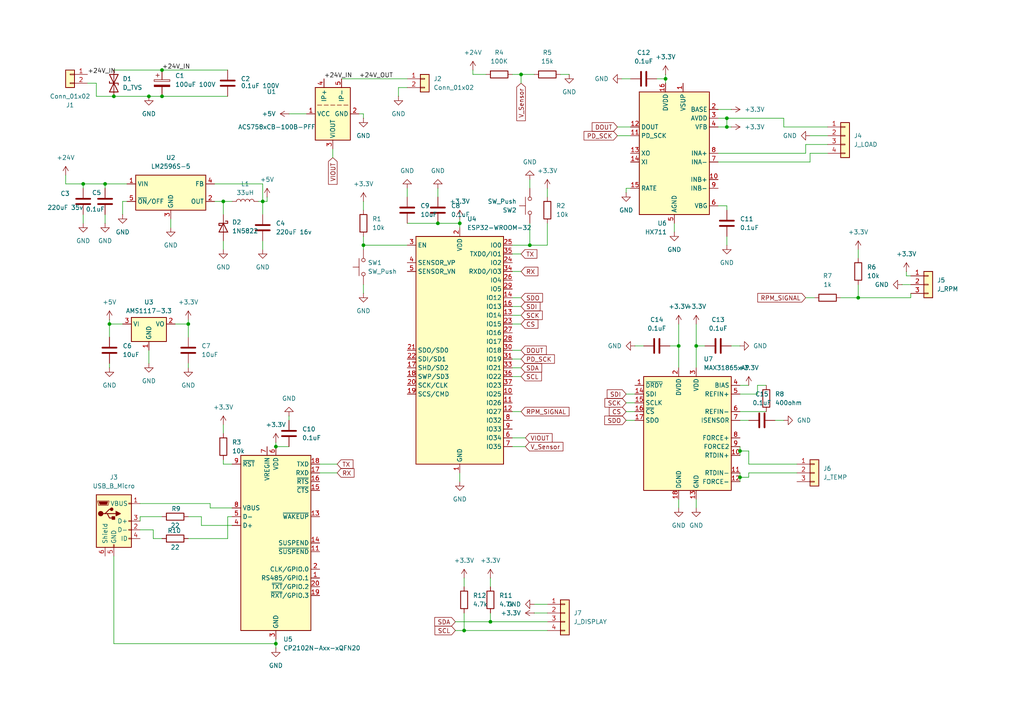
<source format=kicad_sch>
(kicad_sch (version 20250114) (generator "eeschema") (generator_version "9.0")
  (paper "A4")
  (lib_symbols
    (symbol "Analog_ADC:HX711"
      (property "Reference" "U" (at 5.08 21.59 0))
      (property "Value" "HX711" (at 7.62 19.05 0))
      (symbol "HX711_1_1"
        (pin passive line (at -12.7 12.7 0) (length 2.54) (name "BASE") (number "2"))
        (pin power_in line (at -12.7 10.16 0) (length 2.54) (name "AVDD") (number "3"))
        (pin input line (at -12.7 7.62 0) (length 2.54) (name "VFB") (number "4"))
        (pin input line (at -12.7 0 0) (length 2.54) (name "INA+") (number "8"))
        (pin input line (at -12.7 -2.54 0) (length 2.54) (name "INA-") (number "7"))
        (pin input line (at -12.7 -7.62 0) (length 2.54) (name "INB+") (number "10"))
        (pin input line (at -12.7 -10.16 0) (length 2.54) (name "INB-") (number "9"))
        (pin passive line (at -12.7 -15.24 0) (length 2.54) (name "VBG") (number "6"))
        (pin power_in line (at -2.54 20.32 270) (length 2.54) (name "VSUP") (number "1"))
        (pin power_in line (at 0 -20.32 90) (length 2.54) (name "AGND") (number "5"))
        (pin power_in line (at 2.54 20.32 270) (length 2.54) (name "DVDD") (number "16"))
        (pin output line (at 12.7 7.62 180) (length 2.54) (name "DOUT") (number "12"))
        (pin input line (at 12.7 5.08 180) (length 2.54) (name "PD_SCK") (number "11"))
        (pin passive line (at 12.7 0 180) (length 2.54) (name "XO") (number "13"))
        (pin passive line (at 12.7 -2.54 180) (length 2.54) (name "XI") (number "14"))
        (pin input line (at 12.7 -10.16 180) (length 2.54) (name "RATE") (number "15"))
      )
    )
    (symbol "Connector:USB_B_Micro" (pin_names (offset 1.016))
      (property "Reference" "J" (at -5.08 11.43 0))
      (property "Value" "USB_B_Micro" (at -5.08 8.89 0))
      (symbol "USB_B_Micro_1_1"
        (pin passive line (at -2.54 -10.16 90) (length 2.54) (name "Shield") (number "6"))
        (pin power_out line (at 0 -10.16 90) (length 2.54) (name "GND") (number "5"))
        (pin power_out line (at 7.62 5.08 180) (length 2.54) (name "VBUS") (number "1"))
        (pin bidirectional line (at 7.62 0 180) (length 2.54) (name "D+") (number "3"))
        (pin bidirectional line (at 7.62 -2.54 180) (length 2.54) (name "D-") (number "2"))
        (pin passive line (at 7.62 -5.08 180) (length 2.54) (name "ID") (number "4"))
      )
    )
    (symbol "Connector_Generic:Conn_01x02" (pin_names (offset 1.016) (hide yes))
      (property "Reference" "J" (at 0 2.54 0))
      (property "Value" "Conn_01x02" (at 0 -5.08 0))
      (symbol "Conn_01x02_1_1"
        (pin passive line (at -5.08 0 0) (length 3.81) (name "Pin_1") (number "1"))
        (pin passive line (at -5.08 -2.54 0) (length 3.81) (name "Pin_2") (number "2"))
      )
    )
    (symbol "Connector_Generic:Conn_01x03" (pin_names (offset 1.016) (hide yes))
      (property "Reference" "J" (at 0 5.08 0))
      (property "Value" "Conn_01x03" (at 0 -5.08 0))
      (symbol "Conn_01x03_1_1"
        (pin passive line (at -5.08 2.54 0) (length 3.81) (name "Pin_1") (number "1"))
        (pin passive line (at -5.08 0 0) (length 3.81) (name "Pin_2") (number "2"))
        (pin passive line (at -5.08 -2.54 0) (length 3.81) (name "Pin_3") (number "3"))
      )
    )
    (symbol "Connector_Generic:Conn_01x04" (pin_names (offset 1.016) (hide yes))
      (property "Reference" "J" (at 0 5.08 0))
      (property "Value" "Conn_01x04" (at 0 -7.62 0))
      (symbol "Conn_01x04_1_1"
        (pin passive line (at -5.08 2.54 0) (length 3.81) (name "Pin_1") (number "1"))
        (pin passive line (at -5.08 0 0) (length 3.81) (name "Pin_2") (number "2"))
        (pin passive line (at -5.08 -2.54 0) (length 3.81) (name "Pin_3") (number "3"))
        (pin passive line (at -5.08 -5.08 0) (length 3.81) (name "Pin_4") (number "4"))
      )
    )
    (symbol "Device:C" (pin_numbers (hide yes)) (pin_names (offset 0.254))
      (property "Reference" "C" (at 0.635 2.54 0))
      (property "Value" "C" (at 0.635 -2.54 0))
      (symbol "C_1_1"
        (pin passive line (at 0 3.81 270) (length 2.794) (name "~") (number "1"))
        (pin passive line (at 0 -3.81 90) (length 2.794) (name "~") (number "2"))
      )
    )
    (symbol "Device:C_Polarized" (pin_numbers (hide yes)) (pin_names (offset 0.254))
      (property "Reference" "C" (at 0.635 2.54 0))
      (property "Value" "C_Polarized" (at 0.635 -2.54 0))
      (symbol "C_Polarized_1_1"
        (pin passive line (at 0 3.81 270) (length 2.794) (name "~") (number "1"))
        (pin passive line (at 0 -3.81 90) (length 2.794) (name "~") (number "2"))
      )
    )
    (symbol "Device:D_TVS" (pin_numbers (hide yes)) (pin_names (offset 1.016) (hide yes))
      (property "Reference" "D" (at 0 2.54 0))
      (property "Value" "D_TVS" (at 0 -2.54 0))
      (symbol "D_TVS_1_1"
        (pin passive line (at -3.81 0 0) (length 2.54) (name "A1") (number "1"))
        (pin passive line (at 3.81 0 180) (length 2.54) (name "A2") (number "2"))
      )
    )
    (symbol "Device:L" (pin_numbers (hide yes)) (pin_names (offset 1.016) (hide yes))
      (property "Reference" "L" (at -1.27 0 90))
      (property "Value" "L" (at 1.905 0 90))
      (symbol "L_1_1"
        (pin passive line (at 0 3.81 270) (length 1.27) (name "1") (number "1"))
        (pin passive line (at 0 -3.81 90) (length 1.27) (name "2") (number "2"))
      )
    )
    (symbol "Device:R" (pin_numbers (hide yes)) (pin_names (offset 0))
      (property "Reference" "R" (at 2.032 0 90))
      (property "Value" "R" (at 0 0 90))
      (symbol "R_1_1"
        (pin passive line (at 0 3.81 270) (length 1.27) (name "~") (number "1"))
        (pin passive line (at 0 -3.81 90) (length 1.27) (name "~") (number "2"))
      )
    )
    (symbol "Diode:1N5822" (pin_numbers (hide yes)) (pin_names (offset 1.016) (hide yes))
      (property "Reference" "D" (at 0 2.54 0))
      (property "Value" "1N5822" (at 0 -2.54 0))
      (symbol "1N5822_1_1"
        (pin passive line (at -3.81 0 0) (length 2.54) (name "K") (number "1"))
        (pin passive line (at 3.81 0 180) (length 2.54) (name "A") (number "2"))
      )
    )
    (symbol "Interface_USB:CP2102N-Axx-xQFN20"
      (property "Reference" "U" (at -8.89 26.67 0))
      (property "Value" "CP2102N-Axx-xQFN20" (at 12.7 26.67 0))
      (symbol "CP2102N-Axx-xQFN20_1_1"
        (pin input line (at -12.7 22.86 0) (length 2.54) (name "~{RST}") (number "9"))
        (pin input line (at -12.7 10.16 0) (length 2.54) (name "VBUS") (number "8"))
        (pin bidirectional line (at -12.7 7.62 0) (length 2.54) (name "D-") (number "5"))
        (pin bidirectional line (at -12.7 5.08 0) (length 2.54) (name "D+") (number "4"))
        (pin no_connect line (at -10.16 -22.86 0) (length 2.54) (hide yes) (name "NC") (number "10"))
        (pin power_in line (at -2.54 27.94 270) (length 2.54) (name "VREGIN") (number "7"))
        (pin power_in line (at 0 27.94 270) (length 2.54) (name "VDD") (number "6"))
        (pin passive line (at 0 -27.94 90) (length 2.54) (hide yes) (name "GND") (number "12"))
        (pin passive line (at 0 -27.94 90) (length 2.54) (hide yes) (name "GND") (number "21"))
        (pin power_in line (at 0 -27.94 90) (length 2.54) (name "GND") (number "3"))
        (pin output line (at 12.7 22.86 180) (length 2.54) (name "TXD") (number "18"))
        (pin input line (at 12.7 20.32 180) (length 2.54) (name "RXD") (number "17"))
        (pin output line (at 12.7 17.78 180) (length 2.54) (name "~{RTS}") (number "16"))
        (pin input line (at 12.7 15.24 180) (length 2.54) (name "~{CTS}") (number "15"))
        (pin input line (at 12.7 7.62 180) (length 2.54) (name "~{WAKEUP}") (number "13"))
        (pin output line (at 12.7 0 180) (length 2.54) (name "SUSPEND") (number "14"))
        (pin output line (at 12.7 -2.54 180) (length 2.54) (name "~{SUSPEND}") (number "11"))
        (pin bidirectional line (at 12.7 -7.62 180) (length 2.54) (name "CLK/GPIO.0") (number "2"))
        (pin bidirectional line (at 12.7 -10.16 180) (length 2.54) (name "RS485/GPIO.1") (number "1"))
        (pin bidirectional line (at 12.7 -12.7 180) (length 2.54) (name "~{TXT}/GPIO.2") (number "20"))
        (pin bidirectional line (at 12.7 -15.24 180) (length 2.54) (name "~{RXT}/GPIO.3") (number "19"))
      )
    )
    (symbol "RF_Module:ESP32-WROOM-32"
      (property "Reference" "U" (at -12.7 34.29 0))
      (property "Value" "ESP32-WROOM-32" (at 1.27 34.29 0))
      (symbol "ESP32-WROOM-32_1_1"
        (pin input line (at -15.24 30.48 0) (length 2.54) (name "EN") (number "3"))
        (pin input line (at -15.24 25.4 0) (length 2.54) (name "SENSOR_VP") (number "4"))
        (pin input line (at -15.24 22.86 0) (length 2.54) (name "SENSOR_VN") (number "5"))
        (pin bidirectional line (at -15.24 0 0) (length 2.54) (name "SDO/SD0") (number "21"))
        (pin bidirectional line (at -15.24 -2.54 0) (length 2.54) (name "SDI/SD1") (number "22"))
        (pin bidirectional line (at -15.24 -5.08 0) (length 2.54) (name "SHD/SD2") (number "17"))
        (pin bidirectional line (at -15.24 -7.62 0) (length 2.54) (name "SWP/SD3") (number "18"))
        (pin bidirectional line (at -15.24 -10.16 0) (length 2.54) (name "SCK/CLK") (number "20"))
        (pin bidirectional line (at -15.24 -12.7 0) (length 2.54) (name "SCS/CMD") (number "19"))
        (pin no_connect line (at -12.7 -27.94 0) (length 2.54) (hide yes) (name "NC") (number "32"))
        (pin power_in line (at 0 35.56 270) (length 2.54) (name "VDD") (number "2"))
        (pin power_in line (at 0 -35.56 90) (length 2.54) (name "GND") (number "1"))
        (pin passive line (at 0 -35.56 90) (length 2.54) (hide yes) (name "GND") (number "15"))
        (pin passive line (at 0 -35.56 90) (length 2.54) (hide yes) (name "GND") (number "38"))
        (pin passive line (at 0 -35.56 90) (length 2.54) (hide yes) (name "GND") (number "39"))
        (pin bidirectional line (at 15.24 30.48 180) (length 2.54) (name "IO0") (number "25"))
        (pin bidirectional line (at 15.24 27.94 180) (length 2.54) (name "TXD0/IO1") (number "35"))
        (pin bidirectional line (at 15.24 25.4 180) (length 2.54) (name "IO2") (number "24"))
        (pin bidirectional line (at 15.24 22.86 180) (length 2.54) (name "RXD0/IO3") (number "34"))
        (pin bidirectional line (at 15.24 20.32 180) (length 2.54) (name "IO4") (number "26"))
        (pin bidirectional line (at 15.24 17.78 180) (length 2.54) (name "IO5") (number "29"))
        (pin bidirectional line (at 15.24 15.24 180) (length 2.54) (name "IO12") (number "14"))
        (pin bidirectional line (at 15.24 12.7 180) (length 2.54) (name "IO13") (number "16"))
        (pin bidirectional line (at 15.24 10.16 180) (length 2.54) (name "IO14") (number "13"))
        (pin bidirectional line (at 15.24 7.62 180) (length 2.54) (name "IO15") (number "23"))
        (pin bidirectional line (at 15.24 5.08 180) (length 2.54) (name "IO16") (number "27"))
        (pin bidirectional line (at 15.24 2.54 180) (length 2.54) (name "IO17") (number "28"))
        (pin bidirectional line (at 15.24 0 180) (length 2.54) (name "IO18") (number "30"))
        (pin bidirectional line (at 15.24 -2.54 180) (length 2.54) (name "IO19") (number "31"))
        (pin bidirectional line (at 15.24 -5.08 180) (length 2.54) (name "IO21") (number "33"))
        (pin bidirectional line (at 15.24 -7.62 180) (length 2.54) (name "IO22") (number "36"))
        (pin bidirectional line (at 15.24 -10.16 180) (length 2.54) (name "IO23") (number "37"))
        (pin bidirectional line (at 15.24 -12.7 180) (length 2.54) (name "IO25") (number "10"))
        (pin bidirectional line (at 15.24 -15.24 180) (length 2.54) (name "IO26") (number "11"))
        (pin bidirectional line (at 15.24 -17.78 180) (length 2.54) (name "IO27") (number "12"))
        (pin bidirectional line (at 15.24 -20.32 180) (length 2.54) (name "IO32") (number "8"))
        (pin bidirectional line (at 15.24 -22.86 180) (length 2.54) (name "IO33") (number "9"))
        (pin input line (at 15.24 -25.4 180) (length 2.54) (name "IO34") (number "6"))
        (pin input line (at 15.24 -27.94 180) (length 2.54) (name "IO35") (number "7"))
      )
    )
    (symbol "Regulator_Linear:AMS1117-3.3"
      (property "Reference" "U" (at -3.81 3.175 0))
      (property "Value" "AMS1117-3.3" (at 0 3.175 0))
      (symbol "AMS1117-3.3_1_1"
        (pin power_in line (at -7.62 0 0) (length 2.54) (name "VI") (number "3"))
        (pin power_in line (at 0 -7.62 90) (length 2.54) (name "GND") (number "1"))
        (pin power_out line (at 7.62 0 180) (length 2.54) (name "VO") (number "2"))
      )
    )
    (symbol "Regulator_Switching:LM2596S-5"
      (property "Reference" "U" (at -10.16 6.35 0))
      (property "Value" "LM2596S-5" (at 0 6.35 0))
      (symbol "LM2596S-5_1_1"
        (pin power_in line (at -12.7 2.54 0) (length 2.54) (name "VIN") (number "1"))
        (pin input line (at -12.7 -2.54 0) (length 2.54) (name "~{ON}/OFF") (number "5"))
        (pin power_in line (at 0 -7.62 90) (length 2.54) (name "GND") (number "3"))
        (pin input line (at 12.7 2.54 180) (length 2.54) (name "FB") (number "4"))
        (pin output line (at 12.7 -2.54 180) (length 2.54) (name "OUT") (number "2"))
      )
    )
    (symbol "Sensor_Current:ACS758xCB-100B-PFF"
      (property "Reference" "U" (at -7.62 6.35 0))
      (property "Value" "ACS758xCB-100B-PFF" (at 2.54 6.35 0))
      (symbol "ACS758xCB-100B-PFF_1_1"
        (pin passive line (at -10.16 2.54 0) (length 2.54) (name "IP+") (number "4"))
        (pin passive line (at -10.16 -2.54 0) (length 2.54) (name "IP-") (number "5"))
        (pin power_in line (at 0 7.62 270) (length 2.54) (name "VCC") (number "1"))
        (pin power_in line (at 0 -7.62 90) (length 2.54) (name "GND") (number "2"))
        (pin output line (at 10.16 0 180) (length 2.54) (name "VIOUT") (number "3"))
      )
    )
    (symbol "Sensor_Temperature:MAX31865xAP"
      (property "Reference" "U" (at -11.43 19.05 0))
      (property "Value" "MAX31865xAP" (at 10.16 19.05 0))
      (symbol "MAX31865xAP_1_1"
        (pin output line (at -15.24 15.24 0) (length 2.54) (name "~{DRDY}") (number "1"))
        (pin input line (at -15.24 12.7 0) (length 2.54) (name "SDI") (number "14"))
        (pin input line (at -15.24 10.16 0) (length 2.54) (name "SCLK") (number "15"))
        (pin input line (at -15.24 7.62 0) (length 2.54) (name "~{CS}") (number "16"))
        (pin tri_state line (at -15.24 5.08 0) (length 2.54) (name "SDO") (number "17"))
        (pin no_connect line (at -12.7 -2.54 0) (length 2.54) (hide yes) (name "NC") (number "20"))
        (pin power_in line (at -2.54 20.32 270) (length 2.54) (name "DVDD") (number "2"))
        (pin power_in line (at -2.54 -17.78 90) (length 2.54) (name "DGND") (number "18"))
        (pin power_in line (at 2.54 20.32 270) (length 2.54) (name "VDD") (number "3"))
        (pin power_in line (at 2.54 -17.78 90) (length 2.54) (name "GND") (number "13"))
        (pin passive line (at 2.54 -17.78 90) (length 2.54) (hide yes) (name "GND") (number "19"))
        (pin power_out line (at 15.24 15.24 180) (length 2.54) (name "BIAS") (number "4"))
        (pin input line (at 15.24 12.7 180) (length 2.54) (name "REFIN+") (number "5"))
        (pin input line (at 15.24 7.62 180) (length 2.54) (name "REFIN-") (number "6"))
        (pin passive line (at 15.24 5.08 180) (length 2.54) (name "ISENSOR") (number "7"))
        (pin passive line (at 15.24 0 180) (length 2.54) (name "FORCE+") (number "8"))
        (pin input line (at 15.24 -2.54 180) (length 2.54) (name "FORCE2") (number "9"))
        (pin input line (at 15.24 -5.08 180) (length 2.54) (name "RTDIN+") (number "10"))
        (pin input line (at 15.24 -10.16 180) (length 2.54) (name "RTDIN-") (number "11"))
        (pin power_out line (at 15.24 -12.7 180) (length 2.54) (name "FORCE-") (number "12"))
      )
    )
    (symbol "Switch:SW_Push" (pin_numbers (hide yes)) (pin_names (offset 1.016) (hide yes))
      (property "Reference" "SW" (at 1.27 2.54 0))
      (property "Value" "SW_Push" (at 0 -1.524 0))
      (symbol "SW_Push_0_1"
        (pin passive line (at -5.08 0 0) (length 2.54) (name "1") (number "1"))
        (pin passive line (at 5.08 0 180) (length 2.54) (name "2") (number "2"))
      )
    )
    (symbol "power:+24V" (power) (pin_numbers (hide yes)) (pin_names (offset 0) (hide yes))
      (property "Value" "+24V" (at 0 3.556 0))
      (symbol "+24V_1_1"
        (pin power_in line (at 0 0 90) (length 0) (name "~") (number "1"))
      )
    )
    (symbol "power:+3.3V" (power) (pin_numbers (hide yes)) (pin_names (offset 0) (hide yes))
      (property "Value" "+3.3V" (at 0 3.556 0))
      (symbol "+3.3V_1_1"
        (pin power_in line (at 0 0 90) (length 0) (name "~") (number "1"))
      )
    )
    (symbol "power:+5V" (power) (pin_numbers (hide yes)) (pin_names (offset 0) (hide yes))
      (property "Value" "+5V" (at 0 3.556 0))
      (symbol "+5V_1_1"
        (pin power_in line (at 0 0 90) (length 0) (name "~") (number "1"))
      )
    )
    (symbol "power:GND" (power) (pin_numbers (hide yes)) (pin_names (offset 0) (hide yes))
      (property "Value" "GND" (at 0 -3.81 0))
      (symbol "GND_1_1"
        (pin power_in line (at 0 0 270) (length 0) (name "~") (number "1"))
      )
    )
  )
  (junction (at 214.63 138.43))
  (junction (at 214.63 130.81))
  (junction (at 133.35 64.77))
  (junction (at 30.48 53.34))
  (junction (at 76.2 58.42))
  (junction (at 142.24 180.34))
  (junction (at 54.61 93.98))
  (junction (at 210.82 36.83))
  (junction (at 105.41 71.12))
  (junction (at 80.01 186.69))
  (junction (at 151.13 21.59))
  (junction (at 127 64.77))
  (junction (at 134.62 182.88))
  (junction (at 201.93 100.33))
  (junction (at 46.99 20.32))
  (junction (at 193.04 22.86))
  (junction (at 43.18 27.94))
  (junction (at 46.99 27.94))
  (junction (at 31.75 93.98))
  (junction (at 64.77 58.42))
  (junction (at 248.92 86.36))
  (junction (at 153.67 71.12))
  (junction (at 210.82 34.29))
  (junction (at 80.01 129.54))
  (junction (at 24.13 53.34))
  (junction (at 196.85 100.33))
  (junction (at 33.02 27.94))
  (wire (pts (xy 92.71 137.16) (xy 97.79 137.16)))
  (wire (pts (xy 132.08 180.34) (xy 142.24 180.34)))
  (wire (pts (xy 19.05 53.34) (xy 24.13 53.34)))
  (wire (pts (xy 33.02 186.69) (xy 80.01 186.69)))
  (wire (pts (xy 133.35 64.77) (xy 133.35 66.04)))
  (wire (pts (xy 233.68 44.45) (xy 233.68 41.91)))
  (wire (pts (xy 30.48 62.23) (xy 30.48 64.77)))
  (wire (pts (xy 181.61 121.92) (xy 184.15 121.92)))
  (wire (pts (xy 62.23 58.42) (xy 64.77 58.42)))
  (wire (pts (xy 115.57 25.4) (xy 115.57 27.94)))
  (wire (pts (xy 214.63 129.54) (xy 214.63 130.81)))
  (wire (pts (xy 66.04 27.94) (xy 46.99 27.94)))
  (wire (pts (xy 44.45 153.67) (xy 40.64 153.67)))
  (wire (pts (xy 142.24 177.8) (xy 142.24 180.34)))
  (wire (pts (xy 46.99 156.21) (xy 44.45 156.21)))
  (wire (pts (xy 248.92 72.39) (xy 248.92 74.93)))
  (wire (pts (xy 233.68 86.36) (xy 236.22 86.36)))
  (wire (pts (xy 54.61 93.98) (xy 54.61 92.71)))
  (wire (pts (xy 54.61 156.21) (xy 66.04 156.21)))
  (wire (pts (xy 46.99 27.94) (xy 43.18 27.94)))
  (wire (pts (xy 76.2 58.42) (xy 76.2 62.23)))
  (wire (pts (xy 214.63 137.16) (xy 214.63 138.43)))
  (wire (pts (xy 127 64.77) (xy 133.35 64.77)))
  (wire (pts (xy 234.95 46.99) (xy 234.95 44.45)))
  (wire (pts (xy 58.42 149.86) (xy 58.42 152.4)))
  (wire (pts (xy 133.35 137.16) (xy 133.35 139.7)))
  (wire (pts (xy 154.94 177.8) (xy 158.75 177.8)))
  (wire (pts (xy 217.17 134.62) (xy 217.17 130.81)))
  (wire (pts (xy 76.2 58.42) (xy 77.47 58.42)))
  (wire (pts (xy 54.61 105.41) (xy 54.61 106.68)))
  (wire (pts (xy 210.82 34.29) (xy 210.82 36.83)))
  (wire (pts (xy 262.89 78.74) (xy 262.89 80.01)))
  (wire (pts (xy 66.04 149.86) (xy 67.31 149.86)))
  (wire (pts (xy 158.75 54.61) (xy 158.75 57.15)))
  (wire (pts (xy 137.16 21.59) (xy 140.97 21.59)))
  (wire (pts (xy 19.05 50.8) (xy 19.05 53.34)))
  (wire (pts (xy 64.77 69.85) (xy 64.77 72.39)))
  (wire (pts (xy 50.8 93.98) (xy 54.61 93.98)))
  (wire (pts (xy 148.59 21.59) (xy 151.13 21.59)))
  (wire (pts (xy 27.94 27.94) (xy 33.02 27.94)))
  (wire (pts (xy 80.01 129.54) (xy 83.82 129.54)))
  (wire (pts (xy 214.63 121.92) (xy 217.17 121.92)))
  (wire (pts (xy 151.13 21.59) (xy 151.13 24.13)))
  (wire (pts (xy 76.2 53.34) (xy 76.2 58.42)))
  (wire (pts (xy 201.93 100.33) (xy 204.47 100.33)))
  (wire (pts (xy 66.04 156.21) (xy 66.04 149.86)))
  (wire (pts (xy 137.16 20.32) (xy 137.16 21.59)))
  (wire (pts (xy 182.88 54.61) (xy 181.61 54.61)))
  (wire (pts (xy 179.07 39.37) (xy 182.88 39.37)))
  (wire (pts (xy 105.41 71.12) (xy 118.11 71.12)))
  (wire (pts (xy 105.41 71.12) (xy 105.41 72.39)))
  (wire (pts (xy 64.77 133.35) (xy 64.77 134.62)))
  (wire (pts (xy 212.09 36.83) (xy 210.82 36.83)))
  (wire (pts (xy 262.89 80.01) (xy 264.16 80.01)))
  (wire (pts (xy 80.01 185.42) (xy 80.01 186.69)))
  (wire (pts (xy 80.01 186.69) (xy 80.01 187.96)))
  (wire (pts (xy 153.67 71.12) (xy 148.59 71.12)))
  (wire (pts (xy 217.17 130.81) (xy 214.63 130.81)))
  (wire (pts (xy 153.67 52.07) (xy 153.67 54.61)))
  (wire (pts (xy 234.95 39.37) (xy 240.03 39.37)))
  (wire (pts (xy 219.71 114.3) (xy 219.71 111.76)))
  (wire (pts (xy 214.63 111.76) (xy 217.17 111.76)))
  (wire (pts (xy 196.85 93.98) (xy 196.85 100.33)))
  (wire (pts (xy 214.63 130.81) (xy 214.63 132.08)))
  (wire (pts (xy 224.79 121.92) (xy 227.33 121.92)))
  (wire (pts (xy 148.59 91.44) (xy 151.13 91.44)))
  (wire (pts (xy 212.09 100.33) (xy 214.63 100.33)))
  (wire (pts (xy 64.77 123.19) (xy 64.77 125.73)))
  (wire (pts (xy 31.75 93.98) (xy 31.75 97.79)))
  (wire (pts (xy 142.24 180.34) (xy 158.75 180.34)))
  (wire (pts (xy 158.75 71.12) (xy 153.67 71.12)))
  (wire (pts (xy 148.59 109.22) (xy 151.13 109.22)))
  (wire (pts (xy 158.75 64.77) (xy 158.75 71.12)))
  (wire (pts (xy 24.13 62.23) (xy 24.13 64.77)))
  (wire (pts (xy 234.95 44.45) (xy 240.03 44.45)))
  (wire (pts (xy 208.28 44.45) (xy 233.68 44.45)))
  (wire (pts (xy 62.23 53.34) (xy 76.2 53.34)))
  (wire (pts (xy 31.75 92.71) (xy 31.75 93.98)))
  (wire (pts (xy 162.56 21.59) (xy 165.1 21.59)))
  (wire (pts (xy 181.61 116.84) (xy 184.15 116.84)))
  (wire (pts (xy 194.31 100.33) (xy 196.85 100.33)))
  (wire (pts (xy 196.85 144.78) (xy 196.85 147.32)))
  (wire (pts (xy 44.45 156.21) (xy 44.45 153.67)))
  (wire (pts (xy 134.62 167.64) (xy 134.62 170.18)))
  (wire (pts (xy 210.82 60.96) (xy 210.82 59.69)))
  (wire (pts (xy 142.24 167.64) (xy 142.24 170.18)))
  (wire (pts (xy 92.71 134.62) (xy 97.79 134.62)))
  (wire (pts (xy 231.14 134.62) (xy 217.17 134.62)))
  (wire (pts (xy 154.94 175.26) (xy 158.75 175.26)))
  (wire (pts (xy 148.59 93.98) (xy 151.13 93.98)))
  (wire (pts (xy 148.59 88.9) (xy 151.13 88.9)))
  (wire (pts (xy 214.63 138.43) (xy 214.63 139.7)))
  (wire (pts (xy 105.41 68.58) (xy 105.41 71.12)))
  (wire (pts (xy 46.99 20.32) (xy 33.02 20.32)))
  (wire (pts (xy 214.63 119.38) (xy 222.25 119.38)))
  (wire (pts (xy 60.96 147.32) (xy 67.31 147.32)))
  (wire (pts (xy 27.94 24.13) (xy 27.94 27.94)))
  (wire (pts (xy 210.82 59.69) (xy 208.28 59.69)))
  (wire (pts (xy 80.01 128.27) (xy 80.01 129.54)))
  (wire (pts (xy 96.52 43.18) (xy 96.52 45.72)))
  (wire (pts (xy 148.59 86.36) (xy 151.13 86.36)))
  (wire (pts (xy 227.33 36.83) (xy 227.33 34.29)))
  (wire (pts (xy 24.13 53.34) (xy 24.13 54.61)))
  (wire (pts (xy 233.68 41.91) (xy 240.03 41.91)))
  (wire (pts (xy 64.77 134.62) (xy 67.31 134.62)))
  (wire (pts (xy 196.85 100.33) (xy 196.85 106.68)))
  (wire (pts (xy 25.4 24.13) (xy 27.94 24.13)))
  (wire (pts (xy 46.99 149.86) (xy 40.64 149.86)))
  (wire (pts (xy 264.16 86.36) (xy 264.16 85.09)))
  (wire (pts (xy 35.56 58.42) (xy 35.56 62.23)))
  (wire (pts (xy 148.59 127) (xy 152.4 127)))
  (wire (pts (xy 134.62 182.88) (xy 158.75 182.88)))
  (wire (pts (xy 99.06 22.86) (xy 118.11 22.86)))
  (wire (pts (xy 243.84 86.36) (xy 248.92 86.36)))
  (wire (pts (xy 208.28 46.99) (xy 234.95 46.99)))
  (wire (pts (xy 217.17 138.43) (xy 214.63 138.43)))
  (wire (pts (xy 184.15 100.33) (xy 186.69 100.33)))
  (wire (pts (xy 148.59 119.38) (xy 151.13 119.38)))
  (wire (pts (xy 240.03 36.83) (xy 227.33 36.83)))
  (wire (pts (xy 31.75 105.41) (xy 31.75 106.68)))
  (wire (pts (xy 261.62 82.55) (xy 264.16 82.55)))
  (wire (pts (xy 33.02 161.29) (xy 33.02 186.69)))
  (wire (pts (xy 193.04 21.59) (xy 193.04 22.86)))
  (wire (pts (xy 248.92 82.55) (xy 248.92 86.36)))
  (wire (pts (xy 148.59 106.68) (xy 151.13 106.68)))
  (wire (pts (xy 49.53 63.5) (xy 49.53 66.04)))
  (wire (pts (xy 43.18 101.6) (xy 43.18 105.41)))
  (wire (pts (xy 40.64 149.86) (xy 40.64 151.13)))
  (wire (pts (xy 148.59 101.6) (xy 151.13 101.6)))
  (wire (pts (xy 83.82 33.02) (xy 88.9 33.02)))
  (wire (pts (xy 201.93 93.98) (xy 201.93 100.33)))
  (wire (pts (xy 77.47 58.42) (xy 77.47 57.15)))
  (wire (pts (xy 40.64 146.05) (xy 60.96 146.05)))
  (wire (pts (xy 31.75 93.98) (xy 35.56 93.98)))
  (wire (pts (xy 181.61 119.38) (xy 184.15 119.38)))
  (wire (pts (xy 181.61 54.61) (xy 181.61 55.88)))
  (wire (pts (xy 43.18 27.94) (xy 33.02 27.94)))
  (wire (pts (xy 83.82 120.65) (xy 83.82 121.92)))
  (wire (pts (xy 105.41 34.29) (xy 105.41 33.02)))
  (wire (pts (xy 208.28 34.29) (xy 210.82 34.29)))
  (wire (pts (xy 227.33 34.29) (xy 210.82 34.29)))
  (wire (pts (xy 24.13 53.34) (xy 30.48 53.34)))
  (wire (pts (xy 190.5 22.86) (xy 193.04 22.86)))
  (wire (pts (xy 105.41 82.55) (xy 105.41 85.09)))
  (wire (pts (xy 134.62 177.8) (xy 134.62 182.88)))
  (wire (pts (xy 64.77 58.42) (xy 67.31 58.42)))
  (wire (pts (xy 193.04 22.86) (xy 193.04 24.13)))
  (wire (pts (xy 54.61 149.86) (xy 58.42 149.86)))
  (wire (pts (xy 148.59 73.66) (xy 151.13 73.66)))
  (wire (pts (xy 231.14 137.16) (xy 217.17 137.16)))
  (wire (pts (xy 181.61 114.3) (xy 184.15 114.3)))
  (wire (pts (xy 214.63 114.3) (xy 219.71 114.3)))
  (wire (pts (xy 132.08 182.88) (xy 134.62 182.88)))
  (wire (pts (xy 118.11 54.61) (xy 118.11 57.15)))
  (wire (pts (xy 212.09 31.75) (xy 208.28 31.75)))
  (wire (pts (xy 201.93 144.78) (xy 201.93 147.32)))
  (wire (pts (xy 133.35 63.5) (xy 133.35 64.77)))
  (wire (pts (xy 76.2 69.85) (xy 76.2 72.39)))
  (wire (pts (xy 151.13 21.59) (xy 154.94 21.59)))
  (wire (pts (xy 60.96 146.05) (xy 60.96 147.32)))
  (wire (pts (xy 66.04 20.32) (xy 46.99 20.32)))
  (wire (pts (xy 54.61 93.98) (xy 54.61 97.79)))
  (wire (pts (xy 210.82 36.83) (xy 208.28 36.83)))
  (wire (pts (xy 58.42 152.4) (xy 67.31 152.4)))
  (wire (pts (xy 105.41 58.42) (xy 105.41 60.96)))
  (wire (pts (xy 148.59 104.14) (xy 151.13 104.14)))
  (wire (pts (xy 153.67 64.77) (xy 153.67 71.12)))
  (wire (pts (xy 148.59 78.74) (xy 151.13 78.74)))
  (wire (pts (xy 148.59 129.54) (xy 152.4 129.54)))
  (wire (pts (xy 30.48 53.34) (xy 36.83 53.34)))
  (wire (pts (xy 30.48 53.34) (xy 30.48 54.61)))
  (wire (pts (xy 74.93 58.42) (xy 76.2 58.42)))
  (wire (pts (xy 217.17 137.16) (xy 217.17 138.43)))
  (wire (pts (xy 36.83 58.42) (xy 35.56 58.42)))
  (wire (pts (xy 248.92 86.36) (xy 264.16 86.36)))
  (wire (pts (xy 118.11 64.77) (xy 127 64.77)))
  (wire (pts (xy 127 54.61) (xy 127 57.15)))
  (wire (pts (xy 195.58 64.77) (xy 195.58 67.31)))
  (wire (pts (xy 180.34 22.86) (xy 182.88 22.86)))
  (wire (pts (xy 179.07 36.83) (xy 182.88 36.83)))
  (wire (pts (xy 104.14 33.02) (xy 105.41 33.02)))
  (wire (pts (xy 64.77 58.42) (xy 64.77 62.23)))
  (wire (pts (xy 219.71 111.76) (xy 222.25 111.76)))
  (wire (pts (xy 201.93 100.33) (xy 201.93 106.68)))
  (wire (pts (xy 210.82 68.58) (xy 210.82 71.12)))
  (wire (pts (xy 118.11 25.4) (xy 115.57 25.4)))
  (label "+24V_IN" (at 25.4 21.59 0))
  (label "+24V_OUT" (at 104.14 22.86 0))
  (label "+24V_IN" (at 93.98 22.86 0))
  (label "+24V_IN" (at 46.99 20.32 0))
  (global_label "SCL" (shape input) (at 132.08 182.88 180) (property "Intersheetrefs" "${INTERSHEET_REFS}" (effects (hide yes))))
  (global_label "CS" (shape input) (at 181.61 119.38 180) (property "Intersheetrefs" "${INTERSHEET_REFS}" (effects (hide yes))))
  (global_label "V_Sensor" (shape input) (at 151.13 24.13 270) (property "Intersheetrefs" "${INTERSHEET_REFS}" (effects (hide yes))))
  (global_label "CS" (shape input) (at 151.13 93.98 0) (property "Intersheetrefs" "${INTERSHEET_REFS}" (effects (hide yes))))
  (global_label "SCL" (shape input) (at 151.13 109.22 0) (property "Intersheetrefs" "${INTERSHEET_REFS}" (effects (hide yes))))
  (global_label "TX" (shape input) (at 151.13 73.66 0) (property "Intersheetrefs" "${INTERSHEET_REFS}" (effects (hide yes))))
  (global_label "SDO" (shape input) (at 181.61 121.92 180) (property "Intersheetrefs" "${INTERSHEET_REFS}" (effects (hide yes))))
  (global_label "SDO" (shape input) (at 151.13 86.36 0) (property "Intersheetrefs" "${INTERSHEET_REFS}" (effects (hide yes))))
  (global_label "PD_SCK" (shape input) (at 151.13 104.14 0) (property "Intersheetrefs" "${INTERSHEET_REFS}" (effects (hide yes))))
  (global_label "SCK" (shape input) (at 151.13 91.44 0) (property "Intersheetrefs" "${INTERSHEET_REFS}" (effects (hide yes))))
  (global_label "V_Sensor" (shape input) (at 152.4 129.54 0) (property "Intersheetrefs" "${INTERSHEET_REFS}" (effects (hide yes))))
  (global_label "RPM_SIGNAL" (shape input) (at 151.13 119.38 0) (property "Intersheetrefs" "${INTERSHEET_REFS}" (effects (hide yes))))
  (global_label "VIOUT" (shape input) (at 152.4 127 0) (property "Intersheetrefs" "${INTERSHEET_REFS}" (effects (hide yes))))
  (global_label "SCK" (shape input) (at 181.61 116.84 180) (property "Intersheetrefs" "${INTERSHEET_REFS}" (effects (hide yes))))
  (global_label "TX" (shape input) (at 97.79 134.62 0) (property "Intersheetrefs" "${INTERSHEET_REFS}" (effects (hide yes))))
  (global_label "DOUT" (shape input) (at 151.13 101.6 0) (property "Intersheetrefs" "${INTERSHEET_REFS}" (effects (hide yes))))
  (global_label "DOUT" (shape input) (at 179.07 36.83 180) (property "Intersheetrefs" "${INTERSHEET_REFS}" (effects (hide yes))))
  (global_label "RX" (shape input) (at 151.13 78.74 0) (property "Intersheetrefs" "${INTERSHEET_REFS}" (effects (hide yes))))
  (global_label "SDA" (shape input) (at 132.08 180.34 180) (property "Intersheetrefs" "${INTERSHEET_REFS}" (effects (hide yes))))
  (global_label "RX" (shape input) (at 97.79 137.16 0) (property "Intersheetrefs" "${INTERSHEET_REFS}" (effects (hide yes))))
  (global_label "VIOUT" (shape input) (at 96.52 45.72 270) (property "Intersheetrefs" "${INTERSHEET_REFS}" (effects (hide yes))))
  (global_label "PD_SCK" (shape input) (at 179.07 39.37 180) (property "Intersheetrefs" "${INTERSHEET_REFS}" (effects (hide yes))))
  (global_label "SDI" (shape input) (at 181.61 114.3 180) (property "Intersheetrefs" "${INTERSHEET_REFS}" (effects (hide yes))))
  (global_label "SDA" (shape input) (at 151.13 106.68 0) (property "Intersheetrefs" "${INTERSHEET_REFS}" (effects (hide yes))))
  (global_label "SDI" (shape input) (at 151.13 88.9 0) (property "Intersheetrefs" "${INTERSHEET_REFS}" (effects (hide yes))))
  (global_label "RPM_SIGNAL" (shape input) (at 233.68 86.36 180) (property "Intersheetrefs" "${INTERSHEET_REFS}" (effects (hide yes))))
  (symbol (lib_id "power:+3.3V") (at 212.09 31.75 270) (mirror x) (unit 1)
    (property "Reference" "#PWR034" (effects (hide yes)))
    (property "Value" "+3.3V" (at 215.9 31.7499 90) (effects (justify left)))
    (property "Description" "Power symbol creates a global label with name \"+3.3V\"" (effects (hide yes)))
  )
  (symbol (lib_id "Connector_Generic:Conn_01x02") (at 123.19 22.86 0) (unit 1)
    (property "Reference" "J2" (at 125.73 22.8599 0) (effects (justify left)))
    (property "Value" "Conn_01x02" (at 125.73 25.3999 0) (effects (justify left)))
    (property "Footprint" "Connector_AMASS:AMASS_XT60-M_1x02_P7.20mm_Vertical" (effects (hide yes)))
    (property "Description" "Generic connector, single row, 01x02, script generated (kicad-library-utils/schlib/autogen/connector/)" (effects (hide yes)))
  )
  (symbol (lib_id "power:GND") (at 43.18 105.41 0) (unit 1)
    (property "Reference" "#PWR012" (effects (hide yes)))
    (property "Value" "GND" (at 43.18 110.49 0))
    (property "Description" "Power symbol creates a global label with name \"GND\" , ground" (effects (hide yes)))
  )
  (symbol (lib_id "power:GND") (at 118.11 54.61 180) (unit 1)
    (property "Reference" "#PWR019" (effects (hide yes)))
    (property "Value" "GND" (at 118.11 49.53 0))
    (property "Description" "Power symbol creates a global label with name \"GND\" , ground" (effects (hide yes)))
  )
  (symbol (lib_id "power:+3.3V") (at 133.35 63.5 0) (unit 1)
    (property "Reference" "#PWR018" (effects (hide yes)))
    (property "Value" "+3.3V" (at 133.35 58.42 0))
    (property "Description" "Power symbol creates a global label with name \"+3.3V\"" (effects (hide yes)))
  )
  (symbol (lib_id "Device:C") (at 83.82 125.73 0) (unit 1)
    (property "Reference" "C10" (at 87.63 124.4599 0) (effects (justify left)))
    (property "Value" "0.1uF" (at 87.63 126.9999 0) (effects (justify left)))
    (property "Footprint" "Capacitor_SMD:C_0805_2012Metric" (effects (hide yes)))
    (property "Description" "Unpolarized capacitor" (effects (hide yes)))
  )
  (symbol (lib_id "power:+3.3V") (at 80.01 128.27 0) (unit 1)
    (property "Reference" "#PWR023" (effects (hide yes)))
    (property "Value" "+3.3V" (at 80.01 123.19 0))
    (property "Description" "Power symbol creates a global label with name \"+3.3V\"" (effects (hide yes)))
  )
  (symbol (lib_id "power:GND") (at 201.93 147.32 0) (unit 1)
    (property "Reference" "#PWR044" (effects (hide yes)))
    (property "Value" "GND" (at 201.93 152.4 0))
    (property "Description" "Power symbol creates a global label with name \"GND\" , ground" (effects (hide yes)))
  )
  (symbol (lib_id "power:GND") (at 30.48 64.77 0) (unit 1)
    (property "Reference" "#PWR07" (effects (hide yes)))
    (property "Value" "GND" (at 30.48 69.85 0))
    (property "Description" "Power symbol creates a global label with name \"GND\" , ground" (effects (hide yes)))
  )
  (symbol (lib_id "power:GND") (at 196.85 147.32 0) (unit 1)
    (property "Reference" "#PWR045" (effects (hide yes)))
    (property "Value" "GND" (at 196.85 152.4 0))
    (property "Description" "Power symbol creates a global label with name \"GND\" , ground" (effects (hide yes)))
  )
  (symbol (lib_id "Connector_Generic:Conn_01x03") (at 269.24 82.55 0) (unit 1)
    (property "Reference" "J5" (at 271.78 81.2799 0) (effects (justify left)))
    (property "Value" "J_RPM" (at 271.78 83.8199 0) (effects (justify left)))
    (property "Footprint" "Connector:FanPinHeader_1x03_P2.54mm_Vertical" (effects (hide yes)))
    (property "Description" "Generic connector, single row, 01x03, script generated (kicad-library-utils/schlib/autogen/connector/)" (effects (hide yes)))
  )
  (symbol (lib_id "power:+3.3V") (at 134.62 167.64 0) (unit 1)
    (property "Reference" "#PWR056" (effects (hide yes)))
    (property "Value" "+3.3V" (at 134.62 162.56 0))
    (property "Description" "Power symbol creates a global label with name \"+3.3V\"" (effects (hide yes)))
  )
  (symbol (lib_id "Device:C") (at 186.69 22.86 90) (unit 1)
    (property "Reference" "C12" (at 186.69 15.24 90))
    (property "Value" "0.1uF" (at 186.69 17.78 90))
    (property "Footprint" "Capacitor_SMD:C_0805_2012Metric" (effects (hide yes)))
    (property "Description" "Unpolarized capacitor" (effects (hide yes)))
  )
  (symbol (lib_id "power:GND") (at 214.63 100.33 90) (unit 1)
    (property "Reference" "#PWR047" (effects (hide yes)))
    (property "Value" "GND" (at 218.44 100.3299 90) (effects (justify right)))
    (property "Description" "Power symbol creates a global label with name \"GND\" , ground" (effects (hide yes)))
  )
  (symbol (lib_id "power:GND") (at 153.67 52.07 180) (unit 1)
    (property "Reference" "#PWR027" (effects (hide yes)))
    (property "Value" "GND" (at 153.67 46.99 0))
    (property "Description" "Power symbol creates a global label with name \"GND\" , ground" (effects (hide yes)))
  )
  (symbol (lib_id "power:GND") (at 64.77 72.39 0) (unit 1)
    (property "Reference" "#PWR09" (effects (hide yes)))
    (property "Value" "GND" (at 64.77 77.47 0))
    (property "Description" "Power symbol creates a global label with name \"GND\" , ground" (effects (hide yes)))
  )
  (symbol (lib_id "Device:C") (at 190.5 100.33 270) (unit 1)
    (property "Reference" "C14" (at 190.5 92.71 90))
    (property "Value" "0.1uF" (at 190.5 95.25 90))
    (property "Footprint" "Capacitor_SMD:C_0805_2012Metric" (effects (hide yes)))
    (property "Description" "Unpolarized capacitor" (effects (hide yes)))
  )
  (symbol (lib_id "power:GND") (at 24.13 64.77 0) (unit 1)
    (property "Reference" "#PWR06" (effects (hide yes)))
    (property "Value" "GND" (at 24.13 69.85 0))
    (property "Description" "Power symbol creates a global label with name \"GND\" , ground" (effects (hide yes)))
  )
  (symbol (lib_id "Connector:USB_B_Micro") (at 33.02 151.13 0) (unit 1)
    (property "Reference" "J3" (at 33.02 138.43 0))
    (property "Value" "USB_B_Micro" (at 33.02 140.97 0))
    (property "Footprint" "Connector_USB:USB_Micro-AB_Molex_47590-0001" (effects (hide yes)))
    (property "Description" "USB Micro Type B connector" (effects (hide yes)))
  )
  (symbol (lib_id "power:+3.3V") (at 201.93 93.98 0) (unit 1)
    (property "Reference" "#PWR042" (effects (hide yes)))
    (property "Value" "+3.3V" (at 201.93 88.9 0))
    (property "Description" "Power symbol creates a global label with name \"+3.3V\"" (effects (hide yes)))
  )
  (symbol (lib_id "Device:C") (at 220.98 121.92 90) (unit 1)
    (property "Reference" "C15" (at 220.98 114.3 90))
    (property "Value" "0.1uF" (at 220.98 116.84 90))
    (property "Footprint" "Capacitor_SMD:C_0805_2012Metric" (effects (hide yes)))
    (property "Description" "Unpolarized capacitor" (effects (hide yes)))
  )
  (symbol (lib_id "power:+3.3V") (at 248.92 72.39 0) (unit 1)
    (property "Reference" "#PWR041" (effects (hide yes)))
    (property "Value" "+3.3V" (at 248.92 67.31 0))
    (property "Description" "Power symbol creates a global label with name \"+3.3V\"" (effects (hide yes)))
  )
  (symbol (lib_id "Device:R") (at 50.8 149.86 90) (unit 1)
    (property "Reference" "R9" (at 51.054 147.574 90))
    (property "Value" "22" (at 50.8 152.4 90))
    (property "Footprint" "Resistor_SMD:R_0805_2012Metric" (effects (hide yes)))
    (property "Description" "Resistor" (effects (hide yes)))
  )
  (symbol (lib_id "power:GND") (at 133.35 139.7 0) (unit 1)
    (property "Reference" "#PWR017" (effects (hide yes)))
    (property "Value" "GND" (at 133.35 144.78 0))
    (property "Description" "Power symbol creates a global label with name \"GND\" , ground" (effects (hide yes)))
  )
  (symbol (lib_id "power:+3.3V") (at 105.41 58.42 0) (unit 1)
    (property "Reference" "#PWR021" (effects (hide yes)))
    (property "Value" "+3.3V" (at 105.41 53.34 0))
    (property "Description" "Power symbol creates a global label with name \"+3.3V\"" (effects (hide yes)))
  )
  (symbol (lib_id "Device:R") (at 105.41 64.77 0) (unit 1)
    (property "Reference" "R1" (at 107.95 63.4999 0) (effects (justify left)))
    (property "Value" "10k" (at 107.95 66.0399 0) (effects (justify left)))
    (property "Footprint" "Resistor_SMD:R_0805_2012Metric" (effects (hide yes)))
    (property "Description" "Resistor" (effects (hide yes)))
  )
  (symbol (lib_id "power:+3.3V") (at 217.17 111.76 0) (unit 1)
    (property "Reference" "#PWR048" (effects (hide yes)))
    (property "Value" "+3.3V" (at 217.17 106.68 0))
    (property "Description" "Power symbol creates a global label with name \"+3.3V\"" (effects (hide yes)))
  )
  (symbol (lib_id "Device:C") (at 76.2 66.04 0) (unit 1)
    (property "Reference" "C4" (at 80.01 64.7699 0) (effects (justify left)))
    (property "Value" "220uF 16v" (at 80.01 67.3099 0) (effects (justify left)))
    (property "Footprint" "Capacitor_THT:C_Radial_D10.0mm_H12.5mm_P5.00mm" (effects (hide yes)))
    (property "Description" "Unpolarized capacitor" (effects (hide yes)))
  )
  (symbol (lib_id "Device:R") (at 142.24 173.99 180) (unit 1)
    (property "Reference" "R11" (at 144.78 172.7199 0) (effects (justify right)))
    (property "Value" "4.7k" (at 144.78 175.2599 0) (effects (justify right)))
    (property "Footprint" "Resistor_SMD:R_0805_2012Metric" (effects (hide yes)))
    (property "Description" "Resistor" (effects (hide yes)))
  )
  (symbol (lib_id "power:GND") (at 49.53 66.04 0) (unit 1)
    (property "Reference" "#PWR03" (effects (hide yes)))
    (property "Value" "GND" (at 49.53 71.12 0))
    (property "Description" "Power symbol creates a global label with name \"GND\" , ground" (effects (hide yes)))
  )
  (symbol (lib_id "power:GND") (at 76.2 72.39 0) (unit 1)
    (property "Reference" "#PWR010" (effects (hide yes)))
    (property "Value" "GND" (at 76.2 77.47 0))
    (property "Description" "Power symbol creates a global label with name \"GND\" , ground" (effects (hide yes)))
  )
  (symbol (lib_id "power:+3.3V") (at 154.94 177.8 90) (unit 1)
    (property "Reference" "#PWR054" (effects (hide yes)))
    (property "Value" "+3.3V" (at 151.13 177.7999 90) (effects (justify left)))
    (property "Description" "Power symbol creates a global label with name \"+3.3V\"" (effects (hide yes)))
  )
  (symbol (lib_id "power:+3.3V") (at 64.77 123.19 0) (unit 1)
    (property "Reference" "#PWR026" (effects (hide yes)))
    (property "Value" "+3.3V" (at 64.77 118.11 0))
    (property "Description" "Power symbol creates a global label with name \"+3.3V\"" (effects (hide yes)))
  )
  (symbol (lib_id "Switch:SW_Push") (at 153.67 59.69 90) (unit 1)
    (property "Reference" "SW2" (at 149.86 60.9601 90) (effects (justify left)))
    (property "Value" "SW_Push" (at 149.86 58.4201 90) (effects (justify left)))
    (property "Footprint" "Button_Switch_SMD:SW_SPST_TL3342" (effects (hide yes)))
    (property "Description" "Push button switch, generic, two pins" (effects (hide yes)))
  )
  (symbol (lib_id "power:+5V") (at 83.82 33.02 90) (unit 1)
    (property "Reference" "#PWR050" (effects (hide yes)))
    (property "Value" "+5V" (at 80.01 33.0199 90) (effects (justify left)))
    (property "Description" "Power symbol creates a global label with name \"+5V\"" (effects (hide yes)))
  )
  (symbol (lib_id "Switch:SW_Push") (at 105.41 77.47 90) (unit 1)
    (property "Reference" "SW1" (at 106.68 76.1999 90) (effects (justify right)))
    (property "Value" "SW_Push" (at 106.68 78.7399 90) (effects (justify right)))
    (property "Footprint" "Button_Switch_SMD:SW_SPST_TL3342" (effects (hide yes)))
    (property "Description" "Push button switch, generic, two pins" (effects (hide yes)))
  )
  (symbol (lib_id "power:+24V") (at 19.05 50.8 0) (unit 1)
    (property "Reference" "#PWR05" (effects (hide yes)))
    (property "Value" "+24V" (at 19.05 45.72 0))
    (property "Description" "Power symbol creates a global label with name \"+24V\"" (effects (hide yes)))
  )
  (symbol (lib_id "power:GND") (at 180.34 22.86 270) (unit 1)
    (property "Reference" "#PWR037" (effects (hide yes)))
    (property "Value" "GND" (at 176.53 22.8599 90) (effects (justify right)))
    (property "Description" "Power symbol creates a global label with name \"GND\" , ground" (effects (hide yes)))
  )
  (symbol (lib_id "power:GND") (at 261.62 82.55 270) (unit 1)
    (property "Reference" "#PWR040" (effects (hide yes)))
    (property "Value" "GND" (at 257.81 82.5499 90) (effects (justify right)))
    (property "Description" "Power symbol creates a global label with name \"GND\" , ground" (effects (hide yes)))
  )
  (symbol (lib_id "power:+3.3V") (at 196.85 93.98 0) (unit 1)
    (property "Reference" "#PWR043" (effects (hide yes)))
    (property "Value" "+3.3V" (at 196.85 88.9 0))
    (property "Description" "Power symbol creates a global label with name \"+3.3V\"" (effects (hide yes)))
  )
  (symbol (lib_id "power:GND") (at 43.18 27.94 0) (unit 1)
    (property "Reference" "#PWR053" (effects (hide yes)))
    (property "Value" "GND" (at 43.18 33.02 0))
    (property "Description" "Power symbol creates a global label with name \"GND\" , ground" (effects (hide yes)))
  )
  (symbol (lib_id "power:+3.3V") (at 54.61 92.71 0) (unit 1)
    (property "Reference" "#PWR014" (effects (hide yes)))
    (property "Value" "+3.3V" (at 54.61 87.63 0))
    (property "Description" "Power symbol creates a global label with name \"+3.3V\"" (effects (hide yes)))
  )
  (symbol (lib_id "power:GND") (at 35.56 62.23 0) (unit 1)
    (property "Reference" "#PWR011" (effects (hide yes)))
    (property "Value" "GND" (at 35.56 67.31 0))
    (property "Description" "Power symbol creates a global label with name \"GND\" , ground" (effects (hide yes)))
  )
  (symbol (lib_id "Analog_ADC:HX711") (at 195.58 44.45 0) (mirror y) (unit 1)
    (property "Reference" "U6" (at 193.4367 64.77 0) (effects (justify left)))
    (property "Value" "HX711" (at 193.4367 67.31 0) (effects (justify left)))
    (property "Footprint" "Package_SO:SOIC-16_3.9x9.9mm_P1.27mm" (effects (hide yes)))
    (property "Datasheet" "https://web.archive.org/web/20220615044707/https://akizukidenshi.com/download/ds/avia/hx711.pdf" (effects (hide yes)))
    (property "Description" "24-bit Analog-to-Digital Converter (ADC) for Weight Scales, SOIC-16 (SOP-16)" (effects (hide yes)))
  )
  (symbol (lib_id "power:+3.3V") (at 262.89 78.74 0) (unit 1)
    (property "Reference" "#PWR039" (effects (hide yes)))
    (property "Value" "+3.3V" (at 262.89 73.66 0))
    (property "Description" "Power symbol creates a global label with name \"+3.3V\"" (effects (hide yes)))
  )
  (symbol (lib_id "Device:C") (at 66.04 24.13 0) (unit 1)
    (property "Reference" "C2" (at 69.85 22.8599 0) (effects (justify left)))
    (property "Value" "0.1uF 100V" (at 69.85 24.892 0) (effects (justify left)))
    (property "Footprint" "Capacitor_SMD:C_1206_3216Metric" (effects (hide yes)))
    (property "Description" "Unpolarized capacitor" (effects (hide yes)))
  )
  (symbol (lib_id "Device:R") (at 50.8 156.21 270) (unit 1)
    (property "Reference" "R10" (at 50.546 153.924 90))
    (property "Value" "22" (at 50.8 158.75 90))
    (property "Footprint" "Resistor_SMD:R_0805_2012Metric" (effects (hide yes)))
    (property "Description" "Resistor" (effects (hide yes)))
  )
  (symbol (lib_id "Regulator_Linear:AMS1117-3.3") (at 43.18 93.98 0) (unit 1)
    (property "Reference" "U3" (at 43.18 87.63 0))
    (property "Value" "AMS1117-3.3" (at 43.18 90.17 0))
    (property "Footprint" "Package_TO_SOT_SMD:SOT-223-3_TabPin2" (effects (hide yes)))
    (property "Datasheet" "http://www.advanced-monolithic.com/pdf/ds1117.pdf" (effects (hide yes)))
    (property "Description" "1A Low Dropout regulator, positive, 3.3V fixed output, SOT-223" (effects (hide yes)))
  )
  (symbol (lib_id "Device:C") (at 31.75 101.6 0) (unit 1)
    (property "Reference" "C6" (at 35.56 100.3299 0) (effects (justify left)))
    (property "Value" "10uF" (at 35.56 102.8699 0) (effects (justify left)))
    (property "Footprint" "Capacitor_SMD:C_1206_3216Metric" (effects (hide yes)))
    (property "Description" "Unpolarized capacitor" (effects (hide yes)))
  )
  (symbol (lib_id "Device:R") (at 240.03 86.36 90) (unit 1)
    (property "Reference" "R7" (at 240.03 80.01 90))
    (property "Value" "1k" (at 240.03 82.55 90))
    (property "Footprint" "Resistor_SMD:R_0805_2012Metric" (effects (hide yes)))
    (property "Description" "Resistor" (effects (hide yes)))
  )
  (symbol (lib_id "Connector_Generic:Conn_01x04") (at 163.83 177.8 0) (unit 1)
    (property "Reference" "J7" (at 166.37 177.7999 0) (effects (justify left)))
    (property "Value" "J_DISPLAY" (at 166.37 180.3399 0) (effects (justify left)))
    (property "Footprint" "Connector:FanPinHeader_1x04_P2.54mm_Vertical" (effects (hide yes)))
    (property "Description" "Generic connector, single row, 01x04, script generated (kicad-library-utils/schlib/autogen/connector/)" (effects (hide yes)))
  )
  (symbol (lib_id "Device:C") (at 54.61 101.6 0) (unit 1)
    (property "Reference" "C7" (at 58.42 100.3299 0) (effects (justify left)))
    (property "Value" "10uF" (at 58.42 102.8699 0) (effects (justify left)))
    (property "Footprint" "Capacitor_SMD:C_1206_3216Metric" (effects (hide yes)))
    (property "Description" "Unpolarized capacitor" (effects (hide yes)))
  )
  (symbol (lib_id "Interface_USB:CP2102N-Axx-xQFN20") (at 80.01 157.48 0) (unit 1)
    (property "Reference" "U5" (at 82.1533 185.42 0) (effects (justify left)))
    (property "Value" "CP2102N-Axx-xQFN20" (at 82.1533 187.96 0) (effects (justify left)))
    (property "Footprint" "Package_DFN_QFN:SiliconLabs_QFN-20-1EP_3x3mm_P0.5mm_EP1.8x1.8mm" (effects (hide yes)))
    (property "Datasheet" "https://www.silabs.com/documents/public/data-sheets/cp2102n-datasheet.pdf" (effects (hide yes)))
    (property "Description" "USB to UART master bridge, QFN-20" (effects (hide yes)))
  )
  (symbol (lib_id "power:+3.3V") (at 158.75 54.61 0) (unit 1)
    (property "Reference" "#PWR022" (effects (hide yes)))
    (property "Value" "+3.3V" (at 158.75 49.53 0))
    (property "Description" "Power symbol creates a global label with name \"+3.3V\"" (effects (hide yes)))
  )
  (symbol (lib_id "power:+24V") (at 137.16 20.32 0) (unit 1)
    (property "Reference" "#PWR030" (effects (hide yes)))
    (property "Value" "+24V" (at 137.16 15.24 0))
    (property "Description" "Power symbol creates a global label with name \"+24V\"" (effects (hide yes)))
  )
  (symbol (lib_id "Connector_Generic:Conn_01x04") (at 245.11 39.37 0) (unit 1)
    (property "Reference" "J4" (at 247.65 39.3699 0) (effects (justify left)))
    (property "Value" "J_LOAD" (at 247.65 41.9099 0) (effects (justify left)))
    (property "Footprint" "Connector_JST:JST_XH_B4B-XH-AM_1x04_P2.50mm_Vertical" (effects (hide yes)))
    (property "Description" "Generic connector, single row, 01x04, script generated (kicad-library-utils/schlib/autogen/connector/)" (effects (hide yes)))
  )
  (symbol (lib_id "power:GND") (at 31.75 106.68 0) (unit 1)
    (property "Reference" "#PWR016" (effects (hide yes)))
    (property "Value" "GND" (at 31.75 111.76 0))
    (property "Description" "Power symbol creates a global label with name \"GND\" , ground" (effects (hide yes)))
  )
  (symbol (lib_id "Device:C") (at 127 60.96 0) (unit 1)
    (property "Reference" "C8" (at 130.81 59.6899 0) (effects (justify left)))
    (property "Value" "0.1uF" (at 130.81 62.2299 0) (effects (justify left)))
    (property "Footprint" "Capacitor_SMD:C_0805_2012Metric" (effects (hide yes)))
    (property "Description" "Unpolarized capacitor" (effects (hide yes)))
  )
  (symbol (lib_id "power:GND") (at 80.01 187.96 0) (unit 1)
    (property "Reference" "#PWR024" (effects (hide yes)))
    (property "Value" "GND" (at 80.01 193.04 0))
    (property "Description" "Power symbol creates a global label with name \"GND\" , ground" (effects (hide yes)))
  )
  (symbol (lib_id "power:GND") (at 54.61 106.68 0) (unit 1)
    (property "Reference" "#PWR015" (effects (hide yes)))
    (property "Value" "GND" (at 54.61 111.76 0))
    (property "Description" "Power symbol creates a global label with name \"GND\" , ground" (effects (hide yes)))
  )
  (symbol (lib_id "power:+3.3V") (at 212.09 36.83 270) (mirror x) (unit 1)
    (property "Reference" "#PWR035" (effects (hide yes)))
    (property "Value" "+3.3V" (at 215.9 36.8299 90) (effects (justify left)))
    (property "Description" "Power symbol creates a global label with name \"+3.3V\"" (effects (hide yes)))
  )
  (symbol (lib_id "power:GND") (at 195.58 67.31 0) (mirror y) (unit 1)
    (property "Reference" "#PWR032" (effects (hide yes)))
    (property "Value" "GND" (at 195.58 72.39 0))
    (property "Description" "Power symbol creates a global label with name \"GND\" , ground" (effects (hide yes)))
  )
  (symbol (lib_id "Diode:1N5822") (at 64.77 66.04 270) (unit 1)
    (property "Reference" "D2" (at 67.31 64.4524 90) (effects (justify left)))
    (property "Value" "1N5822" (at 67.31 66.9924 90) (effects (justify left)))
    (property "Footprint" "Diode_THT:D_DO-201AD_P15.24mm_Horizontal" (effects (hide yes)))
    (property "Datasheet" "http://www.vishay.com/docs/88526/1n5820.pdf" (effects (hide yes)))
    (property "Description" "40V 3A Schottky Barrier Rectifier Diode, DO-201AD" (effects (hide yes)))
  )
  (symbol (lib_id "power:+3.3V") (at 142.24 167.64 0) (unit 1)
    (property "Reference" "#PWR057" (effects (hide yes)))
    (property "Value" "+3.3V" (at 142.24 162.56 0))
    (property "Description" "Power symbol creates a global label with name \"+3.3V\"" (effects (hide yes)))
  )
  (symbol (lib_id "power:GND") (at 105.41 34.29 0) (unit 1)
    (property "Reference" "#PWR02" (effects (hide yes)))
    (property "Value" "GND" (at 105.41 39.37 0))
    (property "Description" "Power symbol creates a global label with name \"GND\" , ground" (effects (hide yes)))
  )
  (symbol (lib_id "Device:R") (at 222.25 115.57 180) (unit 1)
    (property "Reference" "R8" (at 224.79 114.2999 0) (effects (justify right)))
    (property "Value" "400ohm" (at 224.79 116.8399 0) (effects (justify right)))
    (property "Footprint" "Resistor_SMD:R_0805_2012Metric" (effects (hide yes)))
    (property "Description" "Resistor" (effects (hide yes)))
  )
  (symbol (lib_id "power:+5V") (at 77.47 57.15 0) (unit 1)
    (property "Reference" "#PWR08" (effects (hide yes)))
    (property "Value" "+5V" (at 77.47 52.07 0))
    (property "Description" "Power symbol creates a global label with name \"+5V\"" (effects (hide yes)))
  )
  (symbol (lib_id "power:+3.3V") (at 193.04 21.59 0) (mirror y) (unit 1)
    (property "Reference" "#PWR031" (effects (hide yes)))
    (property "Value" "+3.3V" (at 193.04 16.51 0))
    (property "Description" "Power symbol creates a global label with name \"+3.3V\"" (effects (hide yes)))
  )
  (symbol (lib_id "Sensor_Temperature:MAX31865xAP") (at 199.39 127 0) (unit 1)
    (property "Reference" "U7" (at 204.0733 104.14 0) (effects (justify left)))
    (property "Value" "MAX31865xAP" (at 204.0733 106.68 0) (effects (justify left)))
    (property "Footprint" "Package_SO:SSOP-20_5.3x7.2mm_P0.65mm" (effects (hide yes)))
    (property "Datasheet" "https://www.analog.com/media/en/technical-documentation/data-sheets/MAX31865.pdf" (effects (hide yes)))
    (property "Description" "RTD-to-Digital Converter, SSOP-20" (effects (hide yes)))
  )
  (symbol (lib_id "Device:R") (at 134.62 173.99 0) (unit 1)
    (property "Reference" "R12" (at 137.16 172.7199 0) (effects (justify left)))
    (property "Value" "4.7k" (at 137.16 175.2599 0) (effects (justify left)))
    (property "Footprint" "Resistor_SMD:R_0805_2012Metric" (effects (hide yes)))
    (property "Description" "Resistor" (effects (hide yes)))
  )
  (symbol (lib_id "power:GND") (at 234.95 39.37 270) (unit 1)
    (property "Reference" "#PWR038" (effects (hide yes)))
    (property "Value" "GND" (at 231.14 39.3699 90) (effects (justify right)))
    (property "Description" "Power symbol creates a global label with name \"GND\" , ground" (effects (hide yes)))
  )
  (symbol (lib_id "Device:C") (at 208.28 100.33 270) (unit 1)
    (property "Reference" "C13" (at 208.28 92.71 90))
    (property "Value" "0.1uF" (at 208.28 95.25 90))
    (property "Footprint" "Capacitor_SMD:C_0805_2012Metric" (effects (hide yes)))
    (property "Description" "Unpolarized capacitor" (effects (hide yes)))
  )
  (symbol (lib_id "Device:R") (at 248.92 78.74 0) (unit 1)
    (property "Reference" "R6" (at 251.46 77.4699 0) (effects (justify left)))
    (property "Value" "10k" (at 251.46 80.0099 0) (effects (justify left)))
    (property "Footprint" "Resistor_SMD:R_0805_2012Metric" (effects (hide yes)))
    (property "Description" "Resistor" (effects (hide yes)))
  )
  (symbol (lib_id "power:GND") (at 184.15 100.33 270) (unit 1)
    (property "Reference" "#PWR046" (effects (hide yes)))
    (property "Value" "GND" (at 180.34 100.3299 90) (effects (justify right)))
    (property "Description" "Power symbol creates a global label with name \"GND\" , ground" (effects (hide yes)))
  )
  (symbol (lib_id "power:+5V") (at 31.75 92.71 0) (unit 1)
    (property "Reference" "#PWR013" (effects (hide yes)))
    (property "Value" "+5V" (at 31.75 87.63 0))
    (property "Description" "Power symbol creates a global label with name \"+5V\"" (effects (hide yes)))
  )
  (symbol (lib_id "Connector_Generic:Conn_01x03") (at 236.22 137.16 0) (unit 1)
    (property "Reference" "J6" (at 238.76 135.8899 0) (effects (justify left)))
    (property "Value" "J_TEMP" (at 238.76 138.4299 0) (effects (justify left)))
    (property "Footprint" "Connector:FanPinHeader_1x03_P2.54mm_Vertical" (effects (hide yes)))
    (property "Description" "Generic connector, single row, 01x03, script generated (kicad-library-utils/schlib/autogen/connector/)" (effects (hide yes)))
  )
  (symbol (lib_id "power:GND") (at 115.57 27.94 0) (unit 1)
    (property "Reference" "#PWR01" (effects (hide yes)))
    (property "Value" "GND" (at 115.57 33.02 0))
    (property "Description" "Power symbol creates a global label with name \"GND\" , ground" (effects (hide yes)))
  )
  (symbol (lib_id "power:GND") (at 83.82 120.65 180) (unit 1)
    (property "Reference" "#PWR025" (effects (hide yes)))
    (property "Value" "GND" (at 83.82 115.57 0))
    (property "Description" "Power symbol creates a global label with name \"GND\" , ground" (effects (hide yes)))
  )
  (symbol (lib_id "power:GND") (at 127 54.61 180) (unit 1)
    (property "Reference" "#PWR020" (effects (hide yes)))
    (property "Value" "GND" (at 127 49.53 0))
    (property "Description" "Power symbol creates a global label with name \"GND\" , ground" (effects (hide yes)))
  )
  (symbol (lib_id "Connector_Generic:Conn_01x02") (at 20.32 21.59 0) (mirror y) (unit 1)
    (property "Reference" "J1" (at 20.32 30.48 0))
    (property "Value" "Conn_01x02" (at 20.32 27.94 0))
    (property "Footprint" "Connector_AMASS:AMASS_XT60-F_1x02_P7.20mm_Vertical" (effects (hide yes)))
    (property "Description" "Generic connector, single row, 01x02, script generated (kicad-library-utils/schlib/autogen/connector/)" (effects (hide yes)))
  )
  (symbol (lib_id "Device:C") (at 210.82 64.77 0) (unit 1)
    (property "Reference" "C11" (at 214.63 63.4999 0) (effects (justify left)))
    (property "Value" "0.1uF" (at 214.63 66.0399 0) (effects (justify left)))
    (property "Footprint" "Capacitor_SMD:C_0805_2012Metric" (effects (hide yes)))
    (property "Description" "Unpolarized capacitor" (effects (hide yes)))
  )
  (symbol (lib_id "power:GND") (at 165.1 21.59 0) (unit 1)
    (property "Reference" "#PWR029" (effects (hide yes)))
    (property "Value" "GND" (at 165.1 26.67 0))
    (property "Description" "Power symbol creates a global label with name \"GND\" , ground" (effects (hide yes)))
  )
  (symbol (lib_id "Device:R") (at 64.77 129.54 0) (unit 1)
    (property "Reference" "R3" (at 67.31 128.2699 0) (effects (justify left)))
    (property "Value" "10k" (at 67.31 130.8099 0) (effects (justify left)))
    (property "Footprint" "Resistor_SMD:R_0805_2012Metric" (effects (hide yes)))
    (property "Description" "Resistor" (effects (hide yes)))
  )
  (symbol (lib_id "Device:R") (at 158.75 21.59 270) (unit 1)
    (property "Reference" "R5" (at 158.75 15.24 90))
    (property "Value" "15k" (at 158.75 17.78 90))
    (property "Footprint" "Resistor_SMD:R_0805_2012Metric" (effects (hide yes)))
    (property "Description" "Resistor" (effects (hide yes)))
  )
  (symbol (lib_id "Device:L") (at 71.12 58.42 90) (unit 1)
    (property "Reference" "L1" (at 71.12 53.34 90))
    (property "Value" "33uH" (at 71.12 55.88 90))
    (property "Footprint" "Inductor_SMD:L_10.4x10.4_H4.8" (effects (hide yes)))
    (property "Description" "Inductor" (effects (hide yes)))
  )
  (symbol (lib_id "Device:R") (at 158.75 60.96 0) (unit 1)
    (property "Reference" "R2" (at 161.29 59.6899 0) (effects (justify left)))
    (property "Value" "10k" (at 161.29 62.2299 0) (effects (justify left)))
    (property "Footprint" "Resistor_SMD:R_0805_2012Metric" (effects (hide yes)))
    (property "Description" "Resistor" (effects (hide yes)))
  )
  (symbol (lib_id "power:GND") (at 105.41 85.09 0) (unit 1)
    (property "Reference" "#PWR028" (effects (hide yes)))
    (property "Value" "GND" (at 105.41 90.17 0))
    (property "Description" "Power symbol creates a global label with name \"GND\" , ground" (effects (hide yes)))
  )
  (symbol (lib_id "power:GND") (at 227.33 121.92 90) (unit 1)
    (property "Reference" "#PWR049" (effects (hide yes)))
    (property "Value" "GND" (at 231.14 121.9199 90) (effects (justify right)))
    (property "Description" "Power symbol creates a global label with name \"GND\" , ground" (effects (hide yes)))
  )
  (symbol (lib_id "Sensor_Current:ACS758xCB-100B-PFF") (at 96.52 33.02 90) (mirror x) (unit 1)
    (property "Reference" "U1" (at 78.74 26.5998 90))
    (property "Value" "ACS758xCB-100B-PFF" (at 80.264 36.83 90))
    (property "Footprint" "Sensor_Current:Allegro_CB_PFF" (effects (hide yes)))
    (property "Datasheet" "http://www.allegromicro.com/~/media/Files/Datasheets/ACS758-Datasheet.ashx?la=en" (effects (hide yes)))
    (property "Description" "±100A Bidirectional Hall-Effect Current Sensor, +5.0V supply, 20mV/A, CB-5 PFF" (effects (hide yes)))
  )
  (symbol (lib_id "Device:C") (at 24.13 58.42 0) (unit 1)
    (property "Reference" "C3" (at 17.526 56.134 0) (effects (justify left)))
    (property "Value" "220uF 35v" (at 13.716 60.198 0) (effects (justify left)))
    (property "Footprint" "Capacitor_THT:C_Radial_D10.0mm_H12.5mm_P5.00mm" (effects (hide yes)))
    (property "Description" "Unpolarized capacitor" (effects (hide yes)))
  )
  (symbol (lib_id "Device:C_Polarized") (at 46.99 24.13 0) (unit 1)
    (property "Reference" "C1" (at 50.8 21.9709 0) (effects (justify left)))
    (property "Value" "100uF 100V" (at 50.8 24.5109 0) (effects (justify left)))
    (property "Footprint" "Capacitor_THT:CP_Radial_D10.0mm_P5.00mm" (effects (hide yes)))
    (property "Description" "Polarized capacitor" (effects (hide yes)))
  )
  (symbol (lib_id "power:GND") (at 181.61 55.88 0) (mirror y) (unit 1)
    (property "Reference" "#PWR033" (effects (hide yes)))
    (property "Value" "GND" (at 181.61 60.96 0))
    (property "Description" "Power symbol creates a global label with name \"GND\" , ground" (effects (hide yes)))
  )
  (symbol (lib_id "Device:C") (at 118.11 60.96 0) (unit 1)
    (property "Reference" "C9" (at 121.92 59.6899 0) (effects (justify left)))
    (property "Value" "10uF" (at 121.92 62.2299 0) (effects (justify left)))
    (property "Footprint" "Capacitor_SMD:C_1206_3216Metric" (effects (hide yes)))
    (property "Description" "Unpolarized capacitor" (effects (hide yes)))
  )
  (symbol (lib_id "Device:R") (at 144.78 21.59 90) (unit 1)
    (property "Reference" "R4" (at 144.78 15.24 90))
    (property "Value" "100K" (at 144.78 17.78 90))
    (property "Footprint" "Resistor_SMD:R_0805_2012Metric" (effects (hide yes)))
    (property "Description" "Resistor" (effects (hide yes)))
  )
  (symbol (lib_id "power:GND") (at 210.82 71.12 0) (unit 1)
    (property "Reference" "#PWR036" (effects (hide yes)))
    (property "Value" "GND" (at 210.82 76.2 0))
    (property "Description" "Power symbol creates a global label with name \"GND\" , ground" (effects (hide yes)))
  )
  (symbol (lib_id "Regulator_Switching:LM2596S-5") (at 49.53 55.88 0) (unit 1)
    (property "Reference" "U2" (at 49.53 45.72 0))
    (property "Value" "LM2596S-5" (at 49.53 48.26 0))
    (property "Footprint" "Package_TO_SOT_SMD:TO-263-5_TabPin3" (effects (hide yes)))
    (property "Datasheet" "http://www.ti.com/lit/ds/symlink/lm2596.pdf" (effects (hide yes)))
    (property "Description" "5V 3A Step-Down Voltage Regulator, TO-263" (effects (hide yes)))
  )
  (symbol (lib_id "power:GND") (at 154.94 175.26 270) (unit 1)
    (property "Reference" "#PWR055" (effects (hide yes)))
    (property "Value" "GND" (at 151.13 175.2599 90) (effects (justify right)))
    (property "Description" "Power symbol creates a global label with name \"GND\" , ground" (effects (hide yes)))
  )
  (symbol (lib_id "RF_Module:ESP32-WROOM-32") (at 133.35 101.6 0) (unit 1)
    (property "Reference" "U4" (at 135.4933 63.5 0) (effects (justify left)))
    (property "Value" "ESP32-WROOM-32" (at 135.4933 66.04 0) (effects (justify left)))
    (property "Footprint" "RF_Module:ESP32-WROOM-32" (effects (hide yes)))
    (property "Datasheet" "https://www.espressif.com/sites/default/files/documentation/esp32-wroom-32_datasheet_en.pdf" (effects (hide yes)))
    (property "Description" "RF Module, ESP32-D0WDQ6 SoC, Wi-Fi 802.11b/g/n, Bluetooth, BLE, 32-bit, 2.7-3.6V, onboard antenna, SMD" (effects (hide yes)))
  )
  (symbol (lib_id "Device:C") (at 30.48 58.42 0) (unit 1)
    (property "Reference" "C5" (at 26.67 55.88 0) (effects (justify left)))
    (property "Value" "0.1uF" (at 24.892 60.706 0) (effects (justify left)))
    (property "Footprint" "Capacitor_SMD:C_1206_3216Metric" (effects (hide yes)))
    (property "Description" "Unpolarized capacitor" (effects (hide yes)))
  )
  (symbol (lib_id "Device:D_TVS") (at 33.02 24.13 90) (unit 1)
    (property "Reference" "D1" (at 35.56 22.8599 90) (effects (justify right)))
    (property "Value" "D_TVS" (at 35.56 25.3999 90) (effects (justify right)))
    (property "Footprint" "Diode_SMD:D_SMB" (effects (hide yes)))
    (property "Description" "Bidirectional transient-voltage-suppression diode" (effects (hide yes)))
  )
)
</source>
